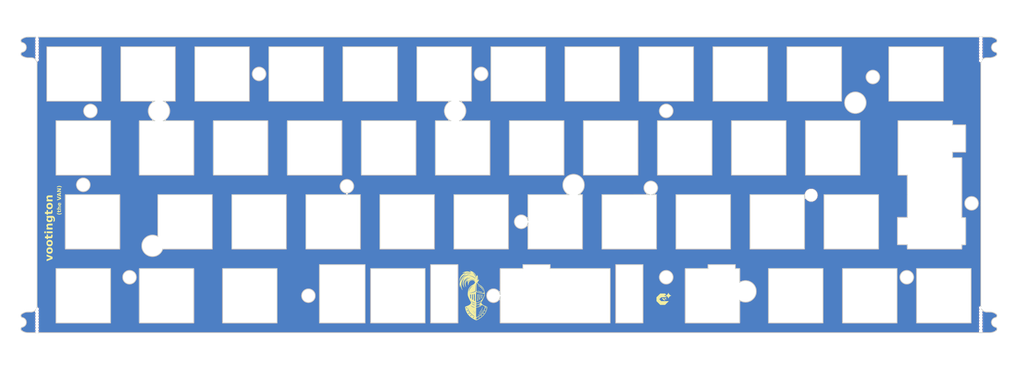
<source format=kicad_pcb>
(kicad_pcb (version 20221018) (generator pcbnew)
  (layers (0 "F.Cu" signal) (31 "B.Cu" signal) (34 "B.Paste" user) (35 "F.Paste" user) (36 "B.SilkS" user "B.Silkscreen") (37 "F.SilkS" user "F.Silkscreen") (38 "B.Mask" user) (39 "F.Mask" user) (44 "Edge.Cuts" user))
  (net 0 "")
  (footprint "cipulot_parts:mousebites_2.5mm" (layer "F.Cu") (at 27.0375 33.49875)
    (fp_text reference "REF**" hide)
    (fp_text value "mousebites 2mm" hide)
    (pad "" np_thru_hole circle (at -0.05 -2.561) (size 0.5 0.5) (drill 0.5) (layers "*.Cu" "*.Mask"))
    (pad "" np_thru_hole circle (at -0.05 -1.85) (size 0.5 0.5) (drill 0.5) (layers "*.Cu" "*.Mask"))
    (pad "" np_thru_hole circle (at -0.05 -1.11) (size 0.5 0.5) (drill 0.5) (layers "*.Cu" "*.Mask"))
    (pad "" np_thru_hole circle (at -0.05 -0.37) (size 0.5 0.5) (drill 0.5) (layers "*.Cu" "*.Mask"))
    (pad "" np_thru_hole circle (at -0.05 0.37) (size 0.5 0.5) (drill 0.5) (layers "*.Cu" "*.Mask"))
    (pad "" np_thru_hole circle (at -0.05 1.11) (size 0.5 0.5) (drill 0.5) (layers "*.Cu" "*.Mask"))
    (pad "" np_thru_hole circle (at -0.05 1.11) (size 0.5 0.5) (drill 0.5) (layers "*.Cu" "*.Mask"))
    (pad "" np_thru_hole circle (at -0.05 1.85) (size 0.5 0.5) (drill 0.5) (layers "*.Cu" "*.Mask"))
    (pad "" np_thru_hole circle (at -0.05 2.561) (size 0.5 0.5) (drill 0.5) (layers "*.Cu" "*.Mask"))
    (pad "" np_thru_hole circle (at -0.05 3.349) (size 0.5 0.5) (drill 0.5) (layers "*.Cu" "*.Mask"))
    (pad "" np_thru_hole circle (at -0.05 4.137) (size 0.5 0.5) (drill 0.5) (layers "*.Cu" "*.Mask"))
  )
  (footprint "cipulot_parts:mousebites_2.5mm" (layer "F.Cu") (at 269.925 34.4885)
    (fp_text reference "REF**" hide)
    (fp_text value "mousebites 2mm" hide)
    (pad "" np_thru_hole circle (at -0.05 -2.561) (size 0.5 0.5) (drill 0.5) (layers "*.Cu" "*.Mask"))
    (pad "" np_thru_hole circle (at -0.05 -1.85) (size 0.5 0.5) (drill 0.5) (layers "*.Cu" "*.Mask"))
    (pad "" np_thru_hole circle (at -0.05 -1.11) (size 0.5 0.5) (drill 0.5) (layers "*.Cu" "*.Mask"))
    (pad "" np_thru_hole circle (at -0.05 -0.37) (size 0.5 0.5) (drill 0.5) (layers "*.Cu" "*.Mask"))
    (pad "" np_thru_hole circle (at -0.05 0.37) (size 0.5 0.5) (drill 0.5) (layers "*.Cu" "*.Mask"))
    (pad "" np_thru_hole circle (at -0.05 1.11) (size 0.5 0.5) (drill 0.5) (layers "*.Cu" "*.Mask"))
    (pad "" np_thru_hole circle (at -0.05 1.11) (size 0.5 0.5) (drill 0.5) (layers "*.Cu" "*.Mask"))
    (pad "" np_thru_hole circle (at -0.05 1.85) (size 0.5 0.5) (drill 0.5) (layers "*.Cu" "*.Mask"))
    (pad "" np_thru_hole circle (at -0.05 2.561) (size 0.5 0.5) (drill 0.5) (layers "*.Cu" "*.Mask"))
    (pad "" np_thru_hole circle (at -0.05 3.349) (size 0.5 0.5) (drill 0.5) (layers "*.Cu" "*.Mask"))
  )
  (footprint "LOGO" (layer "F.Cu") (at 140.039996 98.424999)
    (fp_text reference "G***" hide)
    (fp_text value "LOGO" hide)
  )
  (footprint "cipulot_parts:mousebites_2.5mm" (layer "F.Cu") (at 269.925 103.4025)
    (fp_text reference "REF**" hide)
    (fp_text value "mousebites 2mm" hide)
    (pad "" np_thru_hole circle (at -0.05 -1.85) (size 0.5 0.5) (drill 0.5) (layers "*.Cu" "*.Mask"))
    (pad "" np_thru_hole circle (at -0.05 -1.11) (size 0.5 0.5) (drill 0.5) (layers "*.Cu" "*.Mask"))
    (pad "" np_thru_hole circle (at -0.05 -0.37) (size 0.5 0.5) (drill 0.5) (layers "*.Cu" "*.Mask"))
    (pad "" np_thru_hole circle (at -0.05 0.37) (size 0.5 0.5) (drill 0.5) (layers "*.Cu" "*.Mask"))
    (pad "" np_thru_hole circle (at -0.05 1.11) (size 0.5 0.5) (drill 0.5) (layers "*.Cu" "*.Mask"))
    (pad "" np_thru_hole circle (at -0.05 1.11) (size 0.5 0.5) (drill 0.5) (layers "*.Cu" "*.Mask"))
    (pad "" np_thru_hole circle (at -0.05 1.85) (size 0.5 0.5) (drill 0.5) (layers "*.Cu" "*.Mask"))
    (pad "" np_thru_hole circle (at -0.05 2.561) (size 0.5 0.5) (drill 0.5) (layers "*.Cu" "*.Mask"))
    (pad "" np_thru_hole circle (at -0.05 3.349) (size 0.5 0.5) (drill 0.5) (layers "*.Cu" "*.Mask"))
    (pad "" np_thru_hole circle (at -0.05 4.137) (size 0.5 0.5) (drill 0.5) (layers "*.Cu" "*.Mask"))
  )
  (footprint "LOGO" (layer "F.Cu") (at 188.11875 99.21875)
    (fp_text reference "G***" hide)
    (fp_text value "LOGO" hide)
  )
  (footprint "cipulot_parts:mousebites_2.5mm" (layer "F.Cu") (at 27.0375 103.71875)
    (fp_text reference "REF**" hide)
    (fp_text value "mousebites 2mm" hide)
    (pad "" np_thru_hole circle (at -0.05 -1.85) (size 0.5 0.5) (drill 0.5) (layers "*.Cu" "*.Mask"))
    (pad "" np_thru_hole circle (at -0.05 -1.11) (size 0.5 0.5) (drill 0.5) (layers "*.Cu" "*.Mask"))
    (pad "" np_thru_hole circle (at -0.05 -0.37) (size 0.5 0.5) (drill 0.5) (layers "*.Cu" "*.Mask"))
    (pad "" np_thru_hole circle (at -0.05 0.37) (size 0.5 0.5) (drill 0.5) (layers "*.Cu" "*.Mask"))
    (pad "" np_thru_hole circle (at -0.05 1.11) (size 0.5 0.5) (drill 0.5) (layers "*.Cu" "*.Mask"))
    (pad "" np_thru_hole circle (at -0.05 1.11) (size 0.5 0.5) (drill 0.5) (layers "*.Cu" "*.Mask"))
    (pad "" np_thru_hole circle (at -0.05 1.85) (size 0.5 0.5) (drill 0.5) (layers "*.Cu" "*.Mask"))
    (pad "" np_thru_hole circle (at -0.05 2.561) (size 0.5 0.5) (drill 0.5) (layers "*.Cu" "*.Mask"))
    (pad "" np_thru_hole circle (at -0.05 3.349) (size 0.5 0.5) (drill 0.5) (layers "*.Cu" "*.Mask"))
    (pad "" np_thru_hole circle (at -0.05 4.137) (size 0.5 0.5) (drill 0.5) (layers "*.Cu" "*.Mask"))
  )
  (gr_line (start 167.3375 72.38125) (end 166.274524 72.38125) (stroke (width 0.2)) (layer "Edge.Cuts"))
  (gr_line (start 86.375 67.33125) (end 72.375 67.33125) (stroke (width 0.2)) (layer "Edge.Cuts"))
  (gr_line (start 124.475 53.33125) (end 124.475 67.33125) (stroke (width 0.2)) (layer "Edge.Cuts"))
  (gr_line (start 219.725 53.33125) (end 219.725 67.33125) (stroke (width 0.2)) (layer "Edge.Cuts"))
  (gr_line (start 148.575 67.33125) (end 148.575 53.33125) (stroke (width 0.2)) (layer "Edge.Cuts"))
  (gr_line (start 43.5125 34.28125) (end 43.5125 48.28125) (stroke (width 0.2)) (layer "Edge.Cuts"))
  (gr_line (start 62.5625 34.28125) (end 62.5625 48.28125) (stroke (width 0.2)) (layer "Edge.Cuts"))
  (gr_line (start 229.25 91.43125) (end 229.25 105.43125) (stroke (width 0.2)) (layer "Edge.Cuts"))
  (gr_line (start 67.325 53.33125) (end 67.325 67.33125) (stroke (width 0.2)) (layer "Edge.Cuts"))
  (gr_line (start 175.91925 90.43125) (end 182.91925 90.43125) (stroke (width 0.2)) (layer "Edge.Cuts"))
  (gr_arc (start 133.496906 53.33125) (mid 131.837501 50.805488) (end 133.499223 48.28125) (stroke (width 0.2)) (layer "Edge.Cuts"))
  (gr_line (start 148.2875 72.38125) (end 134.2875 72.38125) (stroke (width 0.2)) (layer "Edge.Cuts"))
  (gr_line (start 24.6625 37.10625) (end 25.4875 37.10625) (stroke (width 0.2)) (layer "Edge.Cuts"))
  (gr_line (start 45.89375 105.43125) (end 31.89375 105.43125) (stroke (width 0.2)) (layer "Edge.Cuts"))
  (gr_circle (center 188.9125 50.8) (end 187.1625 50.8) (stroke (width 0.2)) (fill none) (layer "Edge.Cuts"))
  (gr_line (start 48.5625 48.28125) (end 48.5625 34.28125) (stroke (width 0.2)) (layer "Edge.Cuts"))
  (gr_circle (center 96.8375 98.425) (end 95.0875 98.425) (stroke (width 0.2)) (fill none) (layer "Edge.Cuts"))
  (gr_line (start 199.69375 91.43125) (end 193.81875 91.43125) (stroke (width 0.2)) (layer "Edge.Cuts"))
  (gr_line (start 138.7625 34.28125) (end 138.7625 48.28125) (stroke (width 0.2)) (layer "Edge.Cuts"))
  (gr_arc (start 272.2 102.60625) (mid 273.068232 102.751067) (end 273.842447 103.169854) (stroke (width 0.2)) (layer "Edge.Cuts"))
  (gr_line (start 135.29425 90.43125) (end 135.29425 105.43125) (stroke (width 0.2)) (layer "Edge.Cuts"))
  (gr_line (start 246.20625 34.28125) (end 260.20625 34.28125) (stroke (width 0.2)) (layer "Edge.Cuts"))
  (gr_line (start 105.425 53.33125) (end 105.425 67.33125) (stroke (width 0.2)) (layer "Edge.Cuts"))
  (gr_arc (start 59.47578 48.28125) (mid 61.1375 50.805488) (end 59.478098 53.33125) (stroke (width 0.2)) (layer "Edge.Cuts"))
  (gr_line (start 253.35 91.43125) (end 267.35 91.43125) (stroke (width 0.2)) (layer "Edge.Cuts"))
  (gr_arc (start 57.296906 53.33125) (mid 55.637501 50.805488) (end 57.299223 48.28125) (stroke (width 0.2)) (layer "Edge.Cuts"))
  (gr_line (start 124.7625 48.28125) (end 124.7625 34.28125) (stroke (width 0.2)) (layer "Edge.Cuts"))
  (gr_line (start 48.275 72.38125) (end 34.275 72.38125) (stroke (width 0.2)) (layer "Edge.Cuts"))
  (gr_line (start 262.5875 61.41825) (end 265.96875 61.41825) (stroke (width 0.2)) (layer "Edge.Cuts"))
  (gr_line (start 148.2875 86.38125) (end 148.2875 72.38125) (stroke (width 0.2)) (layer "Edge.Cuts"))
  (gr_line (start 152.04325 91.43125) (end 152.04325 90.43125) (stroke (width 0.2)) (layer "Edge.Cuts"))
  (gr_line (start 206.69375 91.43125) (end 207.81875 91.43125) (stroke (width 0.2)) (layer "Edge.Cuts"))
  (gr_line (start 143.525 53.33125) (end 143.525 67.33125) (stroke (width 0.2)) (layer "Edge.Cuts"))
  (gr_line (start 265.96875 54.41825) (end 262.5875 54.41825) (stroke (width 0.2)) (layer "Edge.Cuts"))
  (gr_line (start 181.9125 48.28125) (end 181.9125 34.28125) (stroke (width 0.2)) (layer "Edge.Cuts"))
  (gr_line (start 124.7625 34.28125) (end 138.7625 34.28125) (stroke (width 0.2)) (layer "Edge.Cuts"))
  (gr_line (start 248.5875 53.33125) (end 248.5875 67.33125) (stroke (width 0.2)) (layer "Edge.Cuts"))
  (gr_line (start 215.25 91.43125) (end 229.25 91.43125) (stroke (width 0.2)) (layer "Edge.Cuts"))
  (gr_line (start 224.4875 72.38125) (end 210.4875 72.38125) (stroke (width 0.2)) (layer "Edge.Cuts"))
  (gr_line (start 34.275 86.38125) (end 48.275 86.38125) (stroke (width 0.2)) (layer "Edge.Cuts"))
  (gr_line (start 248.44375 78.25625) (end 248.44375 85.25625) (stroke (width 0.2)) (layer "Edge.Cuts"))
  (gr_line (start 264.96875 62.85625) (end 262.5875 62.85625) (stroke (width 0.2)) (layer "Edge.Cuts"))
  (gr_line (start 74.75625 105.43125) (end 74.75625 91.43125) (stroke (width 0.2)) (layer "Edge.Cuts"))
  (gr_line (start 172.3875 86.38125) (end 186.3875 86.38125) (stroke (width 0.2)) (layer "Edge.Cuts"))
  (gr_line (start 111.41825 90.43125) (end 111.41825 105.43125) (stroke (width 0.2)) (layer "Edge.Cuts"))
  (gr_line (start 143.8125 48.28125) (end 143.8125 34.28125) (stroke (width 0.2)) (layer "Edge.Cuts"))
  (gr_line (start 146.19375 105.43125) (end 146.197378 98.664144) (stroke (width 0.2)) (layer "Edge.Cuts"))
  (gr_line (start 264.96875 86.38125) (end 264.96875 85.29425) (stroke (width 0.2)) (layer "Edge.Cuts"))
  (gr_arc (start 24.6625 37.10625) (mid 23.794273 36.961426) (end 23.020053 36.542646) (stroke (width 0.2)) (layer "Edge.Cuts"))
  (gr_line (start 111.41825 105.43125) (end 99.69375 105.43125) (stroke (width 0.2)) (layer "Edge.Cuts"))
  (gr_line (start 253.35 105.43125) (end 253.35 91.43125) (stroke (width 0.2)) (layer "Edge.Cuts"))
  (gr_line (start 81.6125 34.28125) (end 81.6125 48.28125) (stroke (width 0.2)) (layer "Edge.Cuts"))
  (gr_line (start 246.20625 48.28125) (end 246.20625 34.28125) (stroke (width 0.2)) (layer "Edge.Cuts"))
  (gr_line (start 67.325 53.33125) (end 59.478098 53.33125) (stroke (width 0.2)) (layer "Edge.Cuts"))
  (gr_arc (start 146.197378 98.664144) (mid 142.711441 98.453005) (end 146.188843 98.130496) (stroke (width 0.2)) (layer "Edge.Cuts"))
  (gr_line (start 128.29425 90.43125) (end 135.29425 90.43125) (stroke (width 0.2)) (layer "Edge.Cuts"))
  (gr_line (start 129.2375 72.38125) (end 115.2375 72.38125) (stroke (width 0.2)) (layer "Edge.Cuts"))
  (gr_line (start 124.7625 48.28125) (end 133.499223 48.28125) (stroke (width 0.2)) (layer "Edge.Cuts"))
  (gr_line (start 110.1875 86.38125) (end 110.1875 72.38125) (stroke (width 0.2)) (layer "Edge.Cuts"))
  (gr_line (start 206.69375 91.43125) (end 206.69375 90.43125) (stroke (width 0.2)) (layer "Edge.Cuts"))
  (gr_line (start 112.85625 91.43125) (end 126.85625 91.43125) (stroke (width 0.2)) (layer "Edge.Cuts"))
  (gr_line (start 264.96875 76.85625) (end 264.96875 72.38125) (stroke (width 0.2)) (layer "Edge.Cuts"))
  (gr_line (start 181.9125 34.28125) (end 195.9125 34.28125) (stroke (width 0.2)) (layer "Edge.Cuts"))
  (gr_line (start 234.0125 34.28125) (end 234.0125 48.28125) (stroke (width 0.2)) (layer "Edge.Cuts"))
  (gr_line (start 215.25 105.43125) (end 215.25 91.43125) (stroke (width 0.2)) (layer "Edge.Cuts"))
  (gr_line (start 91.1375 72.38125) (end 77.1375 72.38125) (stroke (width 0.2)) (layer "Edge.Cuts"))
  (gr_line (start 153.339199 79.665089) (end 153.3375 86.38125) (stroke (width 0.2)) (layer "Edge.Cuts"))
  (gr_line (start 234.3 105.43125) (end 234.3 91.43125) (stroke (width 0.2)) (layer "Edge.Cuts"))
  (gr_line (start 229.5375 72.38125) (end 229.5375 86.38125) (stroke (width 0.2)) (layer "Edge.Cuts"))
  (gr_arc (start 184.686172 72.371568) (mid 184.966486 68.896978) (end 185.156467 72.377663) (stroke (width 0.2)) (layer "Edge.Cuts"))
  (gr_arc (start 271.375 102.60625) (mid 270.31434 102.16691) (end 269.875 101.10625) (stroke (width 0.2)) (layer "Edge.Cuts"))
  (gr_line (start 146.19375 91.43125) (end 152.04325 91.43125) (stroke (width 0.2)) (layer "Edge.Cuts"))
  (gr_line (start 167.625 53.33125) (end 181.625 53.33125) (stroke (width 0.2)) (layer "Edge.Cuts"))
  (gr_line (start 153.3375 72.38125) (end 153.337917 79.077354) (stroke (width 0.2)) (layer "Edge.Cuts"))
  (gr_line (start 174.48125 105.43125) (end 146.19375 105.43125) (stroke (width 0.2)) (layer "Edge.Cuts"))
  (gr_line (start 45.89375 53.33125) (end 45.89375 67.33125) (stroke (width 0.2)) (layer "Edge.Cuts"))
  (gr_line (start 72.375 67.33125) (end 72.375 53.33125) (stroke (width 0.2)) (layer "Edge.Cuts"))
  (gr_line (start 238.775 53.33125) (end 238.775 67.33125) (stroke (width 0.2)) (layer "Edge.Cuts"))
  (gr_arc (start 23.230037 33.205005) (mid 24.2375 34.43125) (end 23.230037 35.657495) (stroke (width 0.2)) (layer "Edge.Cuts"))
  (gr_arc (start 272.2 31.75625) (mid 273.068232 31.901067) (end 273.842447 32.319854) (stroke (width 0.2)) (layer "Edge.Cuts"))
  (gr_line (start 199.69375 90.43125) (end 199.69375 91.43125) (stroke (width 0.2)) (layer "Edge.Cuts"))
  (gr_line (start 31.89375 105.43125) (end 31.89375 91.43125) (stroke (width 0.2)) (layer "Edge.Cuts"))
  (gr_line (start 195.9125 48.28125) (end 181.9125 48.28125) (stroke (width 0.2)) (layer "Edge.Cuts"))
  (gr_line (start 176.8625 48.28125) (end 162.8625 48.28125) (stroke (width 0.2)) (layer "Edge.Cuts"))
  (gr_arc (start 26.9875 101.10625) (mid 26.54816 102.16691) (end 25.4875 102.60625) (stroke (width 0.2)) (layer "Edge.Cuts"))
  (gr_arc (start 135.67578 48.28125) (mid 137.3375 50.805488) (end 135.678098 53.33125) (stroke (width 0.2)) (layer "Edge.Cuts"))
  (gr_line (start 214.9625 34.28125) (end 214.9625 48.28125) (stroke (width 0.2)) (layer "Edge.Cuts"))
  (gr_line (start 163.875066 72.38125) (end 153.3375 72.38125) (stroke (width 0.2)) (layer "Edge.Cuts"))
  (gr_line (start 159.04325 91.43125) (end 174.48125 91.43125) (stroke (width 0.2)) (layer "Edge.Cuts"))
  (gr_line (start 205.725 67.33125) (end 205.725 53.33125) (stroke (width 0.2)) (layer "Edge.Cuts"))
  (gr_arc (start 207.81875 95.00571) (mid 212.074849 97.306649) (end 207.81875 99.607592) (stroke (width 0.2)) (layer "Edge.Cuts"))
  (gr_line (start 146.188843 98.130496) (end 146.19375 91.43125) (stroke (width 0.2)) (layer "Edge.Cuts"))
  (gr_circle (center 40.735488 50.814955) (end 38.985488 50.814955) (stroke (width 0.2)) (fill none) (layer "Edge.Cuts"))
  (gr_line (start 186.675 67.33125) (end 186.675 53.33125) (stroke (width 0.2)) (layer "Edge.Cuts"))
  (gr_line (start 133.496906 53.33125) (end 129.525 53.33125) (stroke (width 0.2)) (layer "Edge.Cuts"))
  (gr_line (start 191.4375 86.38125) (end 205.4375 86.38125) (stroke (width 0.2)) (layer "Edge.Cuts"))
  (gr_line (start 105.7125 48.28125) (end 105.7125 34.28125) (stroke (width 0.2)) (layer "Edge.Cuts"))
  (gr_line (start 77.1375 72.38125) (end 77.1375 86.38125) (stroke (width 0.2)) (layer "Edge.Cuts"))
  (gr_line (start 214.9625 48.28125) (end 200.9625 48.28125) (stroke (width 0.2)) (layer "Edge.Cuts"))
  (gr_line (start 105.7125 34.28125) (end 119.7125 34.28125) (stroke (width 0.2)) (layer "Edge.Cuts"))
  (gr_line (start 72.375 53.33125) (end 86.375 53.33125) (stroke (width 0.2)) (layer "Edge.Cuts"))
  (gr_line (start 126.85625 105.43125) (end 112.85625 105.43125) (stroke (width 0.2)) (layer "Edge.Cuts"))
  (gr_line (start 57.296906 53.33125) (end 53.325 53.33125) (stroke (width 0.2)) (layer "Edge.Cuts"))
  (gr_line (start 86.6625 48.28125) (end 86.6625 34.28125) (stroke (width 0.2)) (layer "Edge.Cuts"))
  (gr_line (start 99.69375 105.43125) (end 99.69375 90.43125) (stroke (width 0.2)) (layer "Edge.Cuts"))
  (gr_line (start 24.6625 107.95625) (end 272.2 107.95625) (stroke (width 0.2)) (layer "Edge.Cuts"))
  (gr_line (start 119.7125 48.28125) (end 105.7125 48.28125) (stroke (width 0.2)) (layer "Edge.Cuts"))
  (gr_line (start 119.7125 34.28125) (end 119.7125 48.28125) (stroke (width 0.2)) (layer "Edge.Cuts"))
  (gr_arc (start 59.341663 86.383916) (mid 54.154025 86.569728) (end 58.083332 83.177581) (stroke (width 0.2)) (layer "Edge.Cuts"))
  (gr_line (start 148.575 53.33125) (end 162.575 53.33125) (stroke (width 0.2)) (layer "Edge.Cuts"))
  (gr_circle (center 106.735258 70.217525) (end 104.985258 70.217525) (stroke (width 0.2)) (fill none) (layer "Edge.Cuts"))
  (gr_line (start 250.96875 72.38125) (end 250.96875 76.85625) (stroke (width 0.2)) (layer "Edge.Cuts"))
  (gr_line (start 260.20625 48.28125) (end 246.20625 48.28125) (stroke (width 0.2)) (layer "Edge.Cuts"))
  (gr_line (start 264.96875 85.29425) (end 265.96875 85.29425) (stroke (width 0.2)) (layer "Edge.Cuts"))
  (gr_line (start 262.5875 54.41825) (end 262.5875 53.33125) (stroke (width 0.2)) (layer "Edge.Cuts"))
  (gr_circle (center 242.09375 42.06875) (end 240.34375 42.06875) (stroke (width 0.2)) (fill none) (layer "Edge.Cuts"))
  (gr_line (start 262.5875 62.85625) (end 262.5875 61.41825) (stroke (width 0.2)) (layer "Edge.Cuts"))
  (gr_line (start 67.325 67.33125) (end 53.325 67.33125) (stroke (width 0.2)) (layer "Edge.Cuts"))
  (gr_line (start 193.81875 105.43125) (end 207.81875 105.43125) (stroke (width 0.2)) (layer "Edge.Cuts"))
  (gr_line (start 45.89375 91.43125) (end 45.89375 105.43125) (stroke (width 0.2)) (layer "Edge.Cuts"))
  (gr_line (start 143.525 53.33125) (end 135.678098 53.33125) (stroke (width 0.2)) (layer "Edge.Cuts"))
  (gr_line (start 72.0875 86.38125) (end 72.0875 72.38125) (stroke (width 0.2)) (layer "Edge.Cuts"))
  (gr_arc (start 25.4875 37.10625) (mid 26.54817 37.54558) (end 26.9875 38.60625) (stroke (width 0.2)) (layer "Edge.Cuts"))
  (gr_line (start 162.8625 34.28125) (end 176.8625 34.28125) (stroke (width 0.2)) (layer "Edge.Cuts"))
  (gr_arc (start 273.632463 35.657495) (mid 272.624919 34.43125) (end 273.632463 33.205005) (stroke (width 0.2)) (layer "Edge.Cuts"))
  (gr_line (start 262.5875 53.33125) (end 248.5875 53.33125) (stroke (width 0.2)) (layer "Edge.Cuts"))
  (gr_line (start 184.686172 72.371568) (end 172.3875 72.38125) (stroke (width 0.2)) (layer "Edge.Cuts"))
  (gr_line (start 91.425 67.33125) (end 91.425 53.33125) (stroke (width 0.2)) (layer "Edge.Cuts"))
  (gr_line (start 186.3875 72.38125) (end 185.156467 72.377663) (stroke (width 0.2)) (layer "Edge.Cuts"))
  (gr_line (start 48.275 86.38125) (end 48.275 72.38125) (stroke (width 0.2)) (layer "Edge.Cuts"))
  (gr_line (start 267.35 91.43125) (end 267.35 105.43125) (stroke (width 0.2)) (layer "Edge.Cuts"))
  (gr_line (start 143.8125 34.28125) (end 157.8125 34.28125) (stroke (width 0.2)) (layer "Edge.Cuts"))
  (gr_line (start 186.675 53.33125) (end 200.675 53.33125) (stroke (width 0.2)) (layer "Edge.Cuts"))
  (gr_line (start 174.48125 91.43125) (end 174.48125 105.43125) (stroke (width 0.2)) (layer "Edge.Cuts"))
  (gr_line (start 248.5875 67.33125) (end 250.96875 67.33125) (stroke (width 0.2)) (layer "Edge.Cuts"))
  (gr_line (start 96.1875 86.38125) (end 110.1875 86.38125) (stroke (width 0.2)) (layer "Edge.Cuts"))
  (gr_line (start 157.8125 48.28125) (end 143.8125 48.28125) (stroke (width 0.2)) (layer "Edge.Cuts"))
  (gr_line (start 250.96875 86.38125) (end 264.96875 86.38125) (stroke (width 0.2)) (layer "Edge.Cuts"))
  (gr_arc (start 23.230037 33.205005) (mid 22.840585 32.829912) (end 23.020053 32.319854) (stroke (width 0.2)) (layer "Edge.Cuts"))
  (gr_line (start 110.475 53.33125) (end 124.475 53.33125) (stroke (width 0.2)) (layer "Edge.Cuts"))
  (gr_line (start 135.29425 105.43125) (end 128.29425 105.43125) (stroke (width 0.2)) (layer "Edge.Cuts"))
  (gr_line (start 248.3 105.43125) (end 234.3 105.43125) (stroke (width 0.2)) (layer "Edge.Cuts"))
  (gr_line (start 134.2875 72.38125) (end 134.2875 86.38125) (stroke (width 0.2)) (layer "Edge.Cuts"))
  (gr_line (start 205.4375 86.38125) (end 205.4375 72.38125) (stroke (width 0.2)) (layer "Edge.Cuts"))
  (gr_line (start 243.5375 72.38125) (end 229.5375 72.38125) (stroke (width 0.2)) (layer "Edge.Cuts"))
  (gr_line (start 200.9625 34.28125) (end 214.9625 34.28125) (stroke (width 0.2)) (layer "Edge.Cuts"))
  (gr_line (start 205.725 53.33125) (end 219.725 53.33125) (stroke (width 0.2)) (layer "Edge.Cuts"))
  (gr_line (start 219.725 67.33125) (end 205.725 67.33125) (stroke (width 0.2)) (layer "Edge.Cuts"))
  (gr_line (start 45.89375 67.33125) (end 31.89375 67.33125) (stroke (width 0.2)) (layer "Edge.Cuts"))
  (gr_line (start 59.47578 48.28125) (end 62.5625 48.28125) (stroke (width 0.2)) (layer "Edge.Cuts"))
  (gr_line (start 105.425 67.33125) (end 91.425 67.33125) (stroke (width 0.2)) (layer "Edge.Cuts"))
  (gr_line (start 129.2375 86.38125) (end 129.2375 72.38125) (stroke (width 0.2)) (layer "Edge.Cuts"))
  (gr_line (start 91.425 53.33125) (end 105.425 53.33125) (stroke (width 0.2)) (layer "Edge.Cuts"))
  (gr_arc (start 273.632463 106.507495) (mid 272.624919 105.28125) (end 273.632463 104.055005) (stroke (width 0.2)) (layer "Edge.Cuts"))
  (gr_line (start 31.89375 67.33125) (end 31.89375 53.33125) (stroke (width 0.2)) (layer "Edge.Cuts"))
  (gr_arc (start 23.020053 32.319854) (mid 23.794269 31.901064) (end 24.6625 31.75625) (stroke (width 0.2)) (layer "Edge.Cuts"))
  (gr_circle (center 38.89375 69.85) (end 37.14375 69.85) (stroke (width 0.2)) (fill none) (layer "Edge.Cuts"))
  (gr_arc (start 23.020053 107.392646) (mid 22.840543 106.882578) (end 23.230037 106.507495) (stroke (width 0.2)) (layer "Edge.Cuts"))
  (gr_line (start 248.3 91.43125) (end 248.3 105.43125) (stroke (width 0.2)) (layer "Edge.Cuts"))
  (gr_line (start 260.20625 34.28125) (end 260.20625 48.28125) (stroke (width 0.2)) (layer "Edge.Cuts"))
  (gr_line (start 224.4875 86.38125) (end 224.4875 72.38125) (stroke (width 0.2)) (layer "Edge.Cuts"))
  (gr_line (start 99.69375 90.43125) (end 111.41825 90.43125) (stroke (width 0.2)) (layer "Edge.Cuts"))
  (gr_line (start 143.525 67.33125) (end 129.525 67.33125) (stroke (width 0.2)) (layer "Edge.Cuts"))
  (gr_line (start 74.75625 91.43125) (end 88.75625 91.43125) (stroke (width 0.2)) (layer "Edge.Cuts"))
  (gr_line (start 182.91925 90.43125) (end 182.91925 105.43125) (stroke (width 0.2)) (layer "Edge.Cuts"))
  (gr_arc (start 269.875 38.60625) (mid 270.314369 37.545619) (end 271.375 37.10625) (stroke (width 0.2)) (layer "Edge.Cuts"))
  (gr_line (start 167.625 67.33125) (end 167.625 53.33125) (stroke (width 0.2)) (layer "Edge.Cuts"))
  (gr_line (start 31.89375 91.43125) (end 45.89375 91.43125) (stroke (width 0.2)) (layer "Edge.Cuts"))
  (gr_line (start 265.96875 78.29425) (end 264.96875 78.29425) (stroke (width 0.2)) (layer "Edge.Cuts"))
  (gr_line (start 162.575 53.33125) (end 162.575 67.33125) (stroke (width 0.2)) (layer "Edge.Cuts"))
  (gr_line (start 126.85625 91.43125) (end 126.85625 105.43125) (stroke (width 0.2)) (layer "Edge.Cuts"))
  (gr_line (start 250.96875 67.33125) (end 250.96875 72.38125) (stroke (width 0.2)) (layer "Edge.Cuts"))
  (gr_line (start 248.44375 85.25625) (end 250.971229 85.262205) (stroke (width 0.2)) (layer "Edge.Cuts"))
  (gr_line (start 200.675 67.33125) (end 186.675 67.33125) (stroke (width 0.2)) (layer "Edge.Cuts"))
  (gr_arc (start 273.842447 107.392646) (mid 273.068232 107.811444) (end 272.2 107.95625) (stroke (width 0.2)) (layer "Edge.Cuts"))
  (gr_line (start 248.44375 78.25625) (end 250.971229 78.262205) (stroke (width 0.2)) (layer "Edge.Cuts"))
  (gr_circle (center 84.1375 41.275) (end 82.3875 41.275) (stroke (width 0.2)) (fill none) (layer "Edge.Cuts"))
  (gr_line (start 100.6625 48.28125) (end 86.6625 48.28125) (stroke (width 0.2)) (layer "Edge.Cuts"))
  (gr_line (start 115.2375 86.38125) (end 129.2375 86.38125) (stroke (width 0.2)) (layer "Edge.Cuts"))
  (gr_line (start 264.96875 72.38125) (end 264.96875 62.85625) (stroke (width 0.2)) (layer "Edge.Cuts"))
  (gr_line (start 67.6125 48.28125) (end 67.6125 34.28125) (stroke (width 0.2)) (layer "Edge.Cuts"))
  (gr_line (start 157.8125 34.28125) (end 157.8125 48.28125) (stroke (width 0.2)) (layer "Edge.Cuts"))
  (gr_line (start 199.69375 90.43125) (end 206.69375 90.43125) (stroke (width 0.2)) (layer "Edge.Cuts"))
  (gr_arc (start 273.842447 32.319854) (mid 274.021878 32.829876) (end 273.632463 33.205005) (stroke (width 0.2)) (layer "Edge.Cuts"))
  (gr_line (start 48.5625 48.28125) (end 57.299223 48.28125) (stroke (width 0.2)) (layer "Edge.Cuts"))
  (gr_line (start 220.0125 34.28125) (end 234.0125 34.28125) (stroke (width 0.2)) (layer "Edge.Cuts"))
  (gr_line (start 250.96875 76.85625) (end 250.971229 78.262205) (stroke (width 0.2)) (layer "Edge.Cuts"))
  (gr_line (start 191.4375 72.38125) (end 191.4375 86.38125) (stroke (width 0.2)) (layer "Edge.Cuts"))
  (gr_line (start 272.2 102.60625) (end 271.375 102.60625) (stroke (width 0.2)) (layer "Edge.Cuts"))
  (gr_line (start 175.91925 105.43125) (end 175.91925 90.43125) (stroke (width 0.2)) (layer "Edge.Cuts"))
  (gr_line (start 81.6125 48.28125) (end 67.6125 48.28125) (stroke (width 0.2)) (layer "Edge.Cuts"))
  (gr_line (start 229.5375 86.38125) (end 243.5375 86.38125) (stroke (width 0.2)) (layer "Edge.Cuts"))
  (gr_line (start 77.1375 86.38125) (end 91.1375 86.38125) (stroke (width 0.2)) (layer "Edge.Cuts"))
  (gr_line (start 134.2875 86.38125) (end 148.2875 86.38125) (stroke (width 0.2)) (layer "Edge.Cuts"))
  (gr_line (start 153.3375 86.38125) (end 167.3375 86.38125) (stroke (width 0.2)) (layer "Edge.Cuts"))
  (gr_line (start 110.1875 72.38125) (end 96.1875 72.38125) (stroke (width 0.2)) (layer "Edge.Cuts"))
  (gr_line (start 58.0875 72.38125) (end 58.083332 83.177581) (stroke (width 0.2)) (layer "Edge.Cuts"))
  (gr_line (start 210.4875 72.38125) (end 210.4875 86.38125) (stroke (width 0.2)) (layer "Edge.Cuts"))
  (gr_line (start 162.575 67.33125) (end 148.575 67.33125) (stroke (width 0.2)) (layer "Edge.Cuts"))
  (gr_line (start 24.6625 31.75625) (end 272.2 31.75625) (stroke (width 0.2)) (layer "Edge.Cuts"))
  (gr_line (start 124.475 67.33125) (end 110.475 67.33125) (stroke (width 0.2)) (layer "Edge.Cuts"))
  (gr_line (start 26.9875 38.60625) (end 26.9875 101.10625) (stroke (width 0.2)) (layer "Edge.Cuts"))
  (gr_line (start 234.0125 48.28125) (end 220.0125 48.28125) (stroke (width 0.2)) (layer "Edge.Cuts"))
  (gr_line (start 269.875 101.10625) (end 269.875 38.60625) (stroke (width 0.2)) (layer "Edge.Cuts"))
  (gr_line (start 59.341663 86.383916) (end 72.0875 86.38125) (stroke (width 0.2)) (layer "Edge.Cuts"))
  (gr_line (start 88.75625 105.43125) (end 74.75625 105.43125) (stroke (width 0.2)) (layer "Edge.Cuts"))
  (gr_line (start 29.5125 48.28125) (end 29.5125 34.28125) (stroke (width 0.2)) (layer "Edge.Cuts"))
  (gr_line (start 250.971229 85.262205) (end 250.96875 86.38125) (stroke (width 0.2)) (layer "Edge.Cuts"))
  (gr_line (start 86.6625 34.28125) (end 100.6625 34.28125) (stroke (width 0.2)) (layer "Edge.Cuts"))
  (gr_arc (start 23.020053 103.169854) (mid 23.794269 102.751064) (end 24.6625 102.60625) (stroke (width 0.2)) (layer "Edge.Cuts"))
  (gr_line (start 264.96875 78.29425) (end 264.96875 76.85625) (stroke (width 0.2)) (layer "Edge.Cuts"))
  (gr_line (start 48.5625 34.28125) (end 62.5625 34.28125) (stroke (width 0.2)) (layer "Edge.Cuts"))
  (gr_line (start 128.29425 105.43125) (end 128.29425 90.43125) (stroke (width 0.2)) (layer "Edge.Cuts"))
  (gr_line (start 182.91925 105.43125) (end 175.91925 105.43125) (stroke (width 0.2)) (layer "Edge.Cuts"))
  (gr_arc (start 24.6625 107.95625) (mid 23.794273 107.811426) (end 23.020053 107.392646) (stroke (width 0.2)) (layer "Edge.Cuts"))
  (gr_line (start 112.85625 105.43125) (end 112.85625 91.43125) (stroke (width 0.2)) (layer "Edge.Cuts"))
  (gr_line (start 172.3875 72.38125) (end 172.3875 86.38125) (stroke (width 0.2)) (layer "Edge.Cuts"))
  (gr_line (start 267.35 105.43125) (end 253.35 105.43125) (stroke (width 0.2)) (layer "Edge.Cuts"))
  (gr_line (start 72.0875 72.38125) (end 58.0875 72.38125) (stroke (width 0.2)) (layer "Edge.Cuts"))
  (gr_line (start 210.4875 86.38125) (end 224.4875 86.38125) (stroke (width 0.2)) (layer "Edge.Cuts"))
  (gr_line (start 53.325 105.43125) (end 53.325 91.43125) (stroke (width 0.2)) (layer "Edge.Cuts"))
  (gr_line (start 195.9125 34.28125) (end 195.9125 48.28125) (stroke (width 0.2)) (layer "Edge.Cuts"))
  (gr_arc (start 153.339199 79.665089) (mid 149.849193 79.378832) (end 153.337917 79.077354) (stroke (width 0.2)) (layer "Edge.Cuts"))
  (gr_circle (center 237.585488 48.687944) (end 234.835488 48.687944) (stroke (width 0.2)) (fill none) (layer "Edge.Cuts"))
  (gr_line (start 135.67578 48.28125) (end 138.7625 48.28125) (stroke (width 0.2)) (layer "Edge.Cuts"))
  (gr_line (start 176.8625 34.28125) (end 176.8625 48.28125) (stroke (width 0.2)) (layer "Edge.Cuts"))
  (gr_line (start 181.625 53.33125) (end 181.625 67.33125) (stroke (width 0.2)) (layer "Edge.Cuts"))
  (gr_line (start 115.2375 72.38125) (end 115.2375 86.38125) (stroke (width 0.2)) (layer "Edge.Cuts"))
  (gr_line (start 271.375 37.10625) (end 272.2 37.10625) (stroke (width 0.2)) (layer "Edge.Cuts"))
  (gr_line (start 88.75625 91.43125) (end 88.75625 105.43125) (stroke (width 0.2)) (layer "Edge.Cuts"))
  (gr_line (start 220.0125 48.28125) (end 220.0125 34.28125) (stroke (width 0.2)) (layer "Edge.Cuts"))
  (gr_line (start 265.96875 61.41825) (end 265.96875 54.41825) (stroke (width 0.2)) (layer "Edge.Cuts"))
  (gr_arc (start 23.020053 36.542646) (mid 22.840543 36.032578) (end 23.230037 35.657495) (stroke (width 0.2)) (layer "Edge.Cuts"))
  (gr_line (start 67.325 91.43125) (end 67.325 105.43125) (stroke (width 0.2)) (layer "Edge.Cuts"))
  (gr_circle (center 267.49375 74.6125) (end 265.74375 74.6125) (stroke (width 0.2)) (fill none) (layer "Edge.Cuts"))
  (gr_circle (center 50.8 93.6625) (end 49.05 93.6625) (stroke (width 0.2)) (fill none) (layer "Edge.Cuts"))
  (gr_line (start 265.96875 85.29425) (end 265.96875 78.29425) (stroke (width 0.2)) (layer "Edge.Cuts"))
  (gr_arc (start 273.632463 35.657495) (mid 274.021957 36.032605) (end 273.842447 36.542646) (stroke (width 0.2)) (layer "Edge.Cuts"))
  (gr_line (start 67.325 105.43125) (end 53.325 105.43125) (stroke (width 0.2)) (layer "Edge.Cuts"))
  (gr_line (start 159.04325 90.43125) (end 159.04325 91.43125) (stroke (width 0.2)) (layer "Edge.Cuts"))
  (gr_line (start 224.775 67.33125) (end 224.775 53.33125) (stroke (width 0.2)) (layer "Edge.Cuts"))
  (gr_line (start 91.1375 86.38125) (end 91.1375 72.38125) (stroke (width 0.2)) (layer "Edge.Cuts"))
  (gr_circle (center 250.825 93.6625) (end 249.075 93.6625) (stroke (width 0.2)) (fill none) (layer "Edge.Cuts"))
  (gr_line (start 43.5125 48.28125) (end 29.5125 48.28125) (stroke (width 0.2)) (layer "Edge.Cuts"))
  (gr_line (start 181.625 67.33125) (end 167.625 67.33125) (stroke (width 0.2)) (layer "Edge.Cuts"))
  (gr_line (start 31.89375 53.33125) (end 45.89375 53.33125) (stroke (width 0.2)) (layer "Edge.Cuts"))
  (gr_line (start 207.81875 95.00571) (end 207.81875 91.43125) (stroke (width 0.2)) (layer "Edge.Cuts"))
  (gr_arc (start 23.230037 104.055005) (mid 24.2375 105.28125) (end 23.230037 106.507495) (stroke (width 0.2)) (layer "Edge.Cuts"))
  (gr_line (start 243.5375 86.38125) (end 243.5375 72.38125) (stroke (width 0.2)) (layer "Edge.Cuts"))
  (gr_line (start 25.4875 102.60625) (end 24.6625 102.60625) (stroke (width 0.2)) (layer "Edge.Cuts"))
  (gr_arc (start 163.875066 72.38125) (mid 165.074795 67.15675) (end 166.274524 72.38125) (stroke (width 0.2)) (layer "Edge.Cuts"))
  (gr_line (start 207.81875 105.43125) (end 207.81875 99.607592) (stroke (width 0.2)) (layer "Edge.Cuts"))
  (gr_line (start 234.3 91.43125) (end 248.3 91.43125) (stroke (width 0.2)) (layer "Edge.Cuts"))
  (gr_line (start 53.325 67.33125) (end 53.325 53.33125) (stroke (width 0.2)) (layer "Edge.Cuts"))
  (gr_line (start 186.3875 86.38125) (end 186.3875 72.38125) (stroke (width 0.2)) (layer "Edge.Cuts"))
  (gr_arc (start 23.230037 104.055005) (mid 22.840585 103.679912) (end 23.020053 103.169854) (stroke (width 0.2)) (layer "Edge.Cuts"))
  (gr_line (start 110.475 67.33125) (end 110.475 53.33125) (stroke (width 0.2)) (layer "Edge.Cuts"))
  (gr_line (start 167.3375 86.38125) (end 167.3375 72.38125) (stroke (width 0.2)) (layer "Edge.Cuts"))
  (gr_arc (start 273.632463 106.507495) (mid 274.021957 106.882605) (end 273.842447 107.392646) (stroke (width 0.2)) (layer "Edge.Cuts"))
  (gr_line (start 193.81875 105.43125) (end 193.81875 91.43125) (stroke (width 0.2)) (layer "Edge.Cuts"))
  (gr_line (start 129.525 53.33125) (end 129.525 67.33125) (stroke (width 0.2)) (layer "Edge.Cuts"))
  (gr_line (start 53.325 91.43125) (end 67.325 91.43125) (stroke (width 0.2)) (layer "Edge.Cuts"))
  (gr_arc (start 273.842447 36.542646) (mid 273.068232 36.961444) (end 272.2 37.10625) (stroke (width 0.2)) (layer "Edge.Cuts"))
  (gr_line (start 86.375 53.33125) (end 86.375 67.33125) (stroke (width 0.2)) (layer "Edge.Cuts"))
  (gr_line (start 67.6125 34.28125) (end 81.6125 34.28125) (stroke (width 0.2)) (layer "Edge.Cuts"))
  (gr_circle (center 188.9125 93.6625) (end 187.1625 93.6625) (stroke (width 0.2)) (fill none) (layer "Edge.Cuts"))
  (gr_line (start 100.6625 34.28125) (end 100.6625 48.28125) (stroke (width 0.2)) (layer "Edge.Cuts"))
  (gr_circle (center 141.2875 41.275) (end 139.5375 41.275) (stroke (width 0.2)) (fill none) (layer "Edge.Cuts"))
  (gr_line (start 34.275 72.38125) (end 34.275 86.38125) (stroke (width 0.2)) (layer "Edge.Cuts"))
  (gr_line (start 162.8625 48.28125) (end 162.8625 34.28125) (stroke (width 0.2)) (layer "Edge.Cuts"))
  (gr_line (start 200.9625 48.28125) (end 200.9625 34.28125) (stroke (width 0.2)) (layer "Edge.Cuts"))
  (gr_line (start 152.04325 90.43125) (end 159.04325 90.43125) (stroke (width 0.2)) (layer "Edge.Cuts"))
  (gr_line (start 229.25 105.43125) (end 215.25 105.43125) (stroke (width 0.2)) (layer "Edge.Cuts"))
  (gr_line (start 205.4375 72.38125) (end 191.4375 72.38125) (stroke (width 0.2)) (layer "Edge.Cuts"))
  (gr_line (start 96.1875 72.38125) (end 96.1875 86.38125) (stroke (width 0.2)) (layer "Edge.Cuts"))
  (gr_line (start 238.775 67.33125) (end 224.775 67.33125) (stroke (width 0.2)) (layer "Edge.Cuts"))
  (gr_circle (center 226.21875 72.523707) (end 225.607247 71.029831) (stroke (width 0.1)) (fill none) (layer "Edge.Cuts"))
  (gr_line (start 224.775 53.33125) (end 238.775 53.33125) (stroke (width 0.2)) (layer "Edge.Cuts"))
  (gr_line (start 200.675 53.33125) (end 200.675 67.33125) (stroke (width 0.2)) (layer "Edge.Cuts"))
  (gr_line (start 29.5125 34.28125) (end 43.5125 34.28125) (stroke (width 0.2)) (layer "Edge.Cuts"))
  (gr_arc (start 273.842447 103.169854) (mid 274.021878 103.679876) (end 273.632463 104.055005) (stroke (width 0.2)) (layer "Edge.Cuts"))
  (gr_text "vootington" (at 30.1625 80.9625 90) (layer "F.SilkS") (effects (font (size 2 2) (thickness 0.5) bold)))
  (gr_text "(the VAN)" (at 33.3375 73.81875 90) (layer "F.SilkS") (effects (font (size 1 1) (thickness 0.2) bold) (justify bottom)))
  (zone (net 0) (net_name "") (layers "F&B.Cu") (connect_pads (clearance 0)) (min_thickness 0.25) (fill yes (thermal_gap 0.5) (thermal_bridge_width 0.5) (island_removal_mode 1) (island_area_min 10))
    (polygon (pts (xy 17.4625 23.8125) (xy 277.8125 22.225) (xy 280.9875 123.03125) (xy 17.4625 117.475)))
  )
)
</source>
